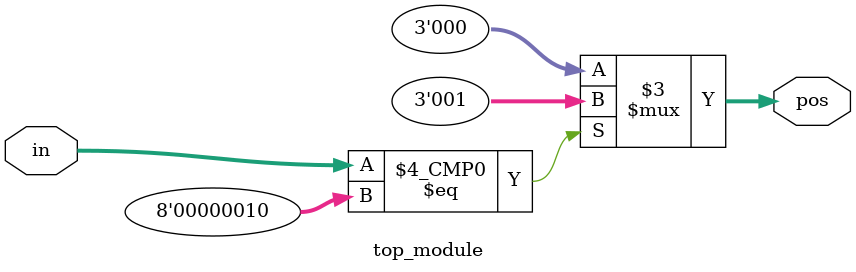
<source format=sv>
module top_module (
	input [7:0] in,
	output reg [2:0] pos
);

	always @* begin
		casez (in)
			8'b0000_0001: pos = 0;
			8'b0000_0010: pos = 1;
			8'b0000_01__: pos = 2;
			8'b0000_1___: pos = 3;
			8'b0001_____: pos = 4;
			8'b001______: pos = 5;
			8'b01_______: pos = 6;
			8'b1________: pos = 7;
			default: pos = 8;
		endcase
	end

endmodule

</source>
